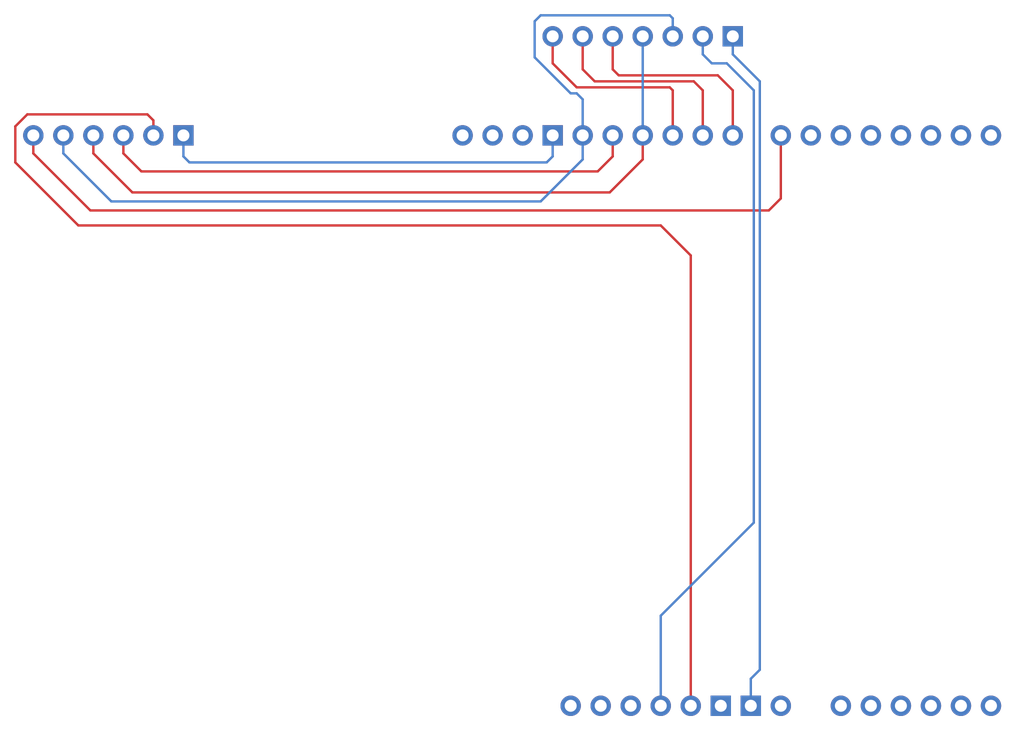
<source format=kicad_pcb>
(kicad_pcb (version 20221018) (generator pcbnew)
  (layers (0 "F.Cu" signal) (31 "B.Cu" signal) (34 "B.Paste" user) (35 "F.Paste" user) (36 "B.SilkS" user "B.Silkscreen") (37 "F.SilkS" user "F.Silkscreen") (38 "B.Mask" user) (39 "F.Mask" user) (44 "Edge.Cuts" user))
  (net 0 "")
  (footprint "" (layer "F.Cu") (at 150.876 70.358)
    (fp_text reference "" (at 0 0) (layer "F.SilkS") (effects (font (size 1.27 1.27))))
    (fp_text value "" (at 0 0) (layer "F.SilkS") (effects (font (size 1.27 1.27))))
    (pad "SDA" thru_hole oval (at 0 0) (size 1.7272 1.7272) (drill 1.016) (layers "*.Cu" "*.Mask"))
  )
  (footprint "" (layer "F.Cu") (at 112.014 78.74)
    (fp_text reference "" (at 0 0) (layer "F.SilkS") (effects (font (size 1.27 1.27))))
    (fp_text value "" (at 0 0) (layer "F.SilkS") (effects (font (size 1.27 1.27))))
    (pad "GND" thru_hole rect (at 0 0) (size 1.7272 1.7272) (drill 1.016) (layers "*.Cu" "*.Mask"))
  )
  (footprint "" (layer "F.Cu") (at 158.496 70.358)
    (fp_text reference "" (at 0 0) (layer "F.SilkS") (effects (font (size 1.27 1.27))))
    (fp_text value "" (at 0 0) (layer "F.SilkS") (effects (font (size 1.27 1.27))))
    (pad "GND" thru_hole rect (at 0 0) (size 1.7272 1.7272) (drill 1.016) (layers "*.Cu" "*.Mask"))
  )
  (footprint "" (layer "F.Cu") (at 153.416 70.358)
    (fp_text reference "" (at 0 0) (layer "F.SilkS") (effects (font (size 1.27 1.27))))
    (fp_text value "" (at 0 0) (layer "F.SilkS") (effects (font (size 1.27 1.27))))
    (pad "SCK" thru_hole oval (at 0 0) (size 1.7272 1.7272) (drill 1.016) (layers "*.Cu" "*.Mask"))
  )
  (footprint "" (layer "F.Cu") (at 109.474 78.74)
    (fp_text reference "" (at 0 0) (layer "F.SilkS") (effects (font (size 1.27 1.27))))
    (fp_text value "" (at 0 0) (layer "F.SilkS") (effects (font (size 1.27 1.27))))
    (pad "5V" thru_hole oval (at 0 0) (size 1.7272 1.7272) (drill 1.016) (layers "*.Cu" "*.Mask"))
  )
  (footprint "Arduino:Uno R4 WiFi MTT Shield" (layer "F.Cu") (at 116.84 129.54)
    (fp_text reference " " hide)
    (fp_text value " " hide)
    (pad "3V3" thru_hole oval (at 35.56 -2.54) (size 1.7272 1.7272) (drill 1.016) (layers "*.Cu" "*.Mask"))
    (pad "5V1" thru_hole oval (at 38.1 -2.54) (size 1.7272 1.7272) (drill 1.016) (layers "*.Cu" "*.Mask"))
    (pad "A0" thru_hole oval (at 50.8 -2.54) (size 1.7272 1.7272) (drill 1.016) (layers "*.Cu" "*.Mask"))
    (pad "A1" thru_hole oval (at 53.34 -2.54) (size 1.7272 1.7272) (drill 1.016) (layers "*.Cu" "*.Mask"))
    (pad "A2" thru_hole oval (at 55.88 -2.54) (size 1.7272 1.7272) (drill 1.016) (layers "*.Cu" "*.Mask"))
    (pad "A3" thru_hole oval (at 58.42 -2.54) (size 1.7272 1.7272) (drill 1.016) (layers "*.Cu" "*.Mask"))
    (pad "A4" thru_hole oval (at 60.96 -2.54) (size 1.7272 1.7272) (drill 1.016) (layers "*.Cu" "*.Mask"))
    (pad "A5" thru_hole oval (at 63.5 -2.54) (size 1.7272 1.7272) (drill 1.016) (layers "*.Cu" "*.Mask"))
    (pad "AREF" thru_hole oval (at 23.876 -50.8) (size 1.7272 1.7272) (drill 1.016) (layers "*.Cu" "*.Mask"))
    (pad "BOOT" thru_hole oval (at 27.94 -2.54) (size 1.7272 1.7272) (drill 1.016) (layers "*.Cu" "*.Mask"))
    (pad "D0" thru_hole oval (at 63.5 -50.8) (size 1.7272 1.7272) (drill 1.016) (layers "*.Cu" "*.Mask"))
    (pad "D1" thru_hole oval (at 60.96 -50.8) (size 1.7272 1.7272) (drill 1.016) (layers "*.Cu" "*.Mask"))
    (pad "D2" thru_hole oval (at 58.42 -50.8) (size 1.7272 1.7272) (drill 1.016) (layers "*.Cu" "*.Mask"))
    (pad "D3" thru_hole oval (at 55.88 -50.8) (size 1.7272 1.7272) (drill 1.016) (layers "*.Cu" "*.Mask"))
    (pad "D4" thru_hole oval (at 53.34 -50.8) (size 1.7272 1.7272) (drill 1.016) (layers "*.Cu" "*.Mask"))
    (pad "D5" thru_hole oval (at 50.8 -50.8) (size 1.7272 1.7272) (drill 1.016) (layers "*.Cu" "*.Mask"))
    (pad "D6" thru_hole oval (at 48.26 -50.8) (size 1.7272 1.7272) (drill 1.016) (layers "*.Cu" "*.Mask"))
    (pad "D7" thru_hole oval (at 45.72 -50.8) (size 1.7272 1.7272) (drill 1.016) (layers "*.Cu" "*.Mask"))
    (pad "D8" thru_hole oval (at 41.656 -50.8) (size 1.7272 1.7272) (drill 1.016) (layers "*.Cu" "*.Mask"))
    (pad "D9" thru_hole oval (at 39.116 -50.8) (size 1.7272 1.7272) (drill 1.016) (layers "*.Cu" "*.Mask"))
    (pad "D10" thru_hole oval (at 36.576 -50.8) (size 1.7272 1.7272) (drill 1.016) (layers "*.Cu" "*.Mask"))
    (pad "D11" thru_hole oval (at 34.036 -50.8) (size 1.7272 1.7272) (drill 1.016) (layers "*.Cu" "*.Mask"))
    (pad "D12" thru_hole oval (at 31.496 -50.8) (size 1.7272 1.7272) (drill 1.016) (layers "*.Cu" "*.Mask"))
    (pad "D13" thru_hole oval (at 28.956 -50.8) (size 1.7272 1.7272) (drill 1.016) (layers "*.Cu" "*.Mask"))
    (pad "GND1" thru_hole rect (at 26.416 -50.8) (size 1.7272 1.7272) (drill 1.016) (layers "*.Cu" "*.Mask"))
    (pad "GND2" thru_hole rect (at 40.64 -2.54) (size 1.7272 1.7272) (drill 1.016) (layers "*.Cu" "*.Mask"))
    (pad "GND3" thru_hole rect (at 43.18 -2.54) (size 1.7272 1.7272) (drill 1.016) (layers "*.Cu" "*.Mask"))
    (pad "IORF" thru_hole oval (at 30.48 -2.54) (size 1.7272 1.7272) (drill 1.016) (layers "*.Cu" "*.Mask"))
    (pad "RST1" thru_hole oval (at 33.02 -2.54) (size 1.7272 1.7272) (drill 1.016) (layers "*.Cu" "*.Mask"))
    (pad "SCL" thru_hole oval (at 18.796 -50.8) (size 1.7272 1.7272) (drill 1.016) (layers "*.Cu" "*.Mask"))
    (pad "SDA" thru_hole oval (at 21.336 -50.8) (size 1.7272 1.7272) (drill 1.016) (layers "*.Cu" "*.Mask"))
    (pad "VIN" thru_hole oval (at 45.72 -2.54) (size 1.7272 1.7272) (drill 1.016) (layers "*.Cu" "*.Mask"))
  )
  (footprint "" (layer "F.Cu") (at 155.956 70.358)
    (fp_text reference "" (at 0 0) (layer "F.SilkS") (effects (font (size 1.27 1.27))))
    (fp_text value "" (at 0 0) (layer "F.SilkS") (effects (font (size 1.27 1.27))))
    (pad "3V3" thru_hole oval (at 0 0) (size 1.7272 1.7272) (drill 1.016) (layers "*.Cu" "*.Mask"))
  )
  (footprint "" (layer "F.Cu") (at 106.934 78.74)
    (fp_text reference "" (at 0 0) (layer "F.SilkS") (effects (font (size 1.27 1.27))))
    (fp_text value "" (at 0 0) (layer "F.SilkS") (effects (font (size 1.27 1.27))))
    (pad "MISO" thru_hole oval (at 0 0) (size 1.7272 1.7272) (drill 1.016) (layers "*.Cu" "*.Mask"))
  )
  (footprint "" (layer "F.Cu") (at 143.256 70.358)
    (fp_text reference "" (at 0 0) (layer "F.SilkS") (effects (font (size 1.27 1.27))))
    (fp_text value "" (at 0 0) (layer "F.SilkS") (effects (font (size 1.27 1.27))))
    (pad "CS" thru_hole oval (at 0 0) (size 1.7272 1.7272) (drill 1.016) (layers "*.Cu" "*.Mask"))
  )
  (footprint "" (layer "F.Cu") (at 148.336 70.358)
    (fp_text reference "" (at 0 0) (layer "F.SilkS") (effects (font (size 1.27 1.27))))
    (fp_text value "" (at 0 0) (layer "F.SilkS") (effects (font (size 1.27 1.27))))
    (pad "RES" thru_hole oval (at 0 0) (size 1.7272 1.7272) (drill 1.016) (layers "*.Cu" "*.Mask"))
  )
  (footprint "" (layer "F.Cu") (at 104.394 78.74)
    (fp_text reference "" (at 0 0) (layer "F.SilkS") (effects (font (size 1.27 1.27))))
    (fp_text value "" (at 0 0) (layer "F.SilkS") (effects (font (size 1.27 1.27))))
    (pad "MOSI" thru_hole oval (at 0 0) (size 1.7272 1.7272) (drill 1.016) (layers "*.Cu" "*.Mask"))
  )
  (footprint "" (layer "F.Cu") (at 101.854 78.74)
    (fp_text reference "" (at 0 0) (layer "F.SilkS") (effects (font (size 1.27 1.27))))
    (fp_text value "" (at 0 0) (layer "F.SilkS") (effects (font (size 1.27 1.27))))
    (pad "SCK" thru_hole oval (at 0 0) (size 1.7272 1.7272) (drill 1.016) (layers "*.Cu" "*.Mask"))
  )
  (footprint "" (layer "F.Cu") (at 99.314 78.74)
    (fp_text reference "" (at 0 0) (layer "F.SilkS") (effects (font (size 1.27 1.27))))
    (fp_text value "" (at 0 0) (layer "F.SilkS") (effects (font (size 1.27 1.27))))
    (pad "CS" thru_hole oval (at 0 0) (size 1.7272 1.7272) (drill 1.016) (layers "*.Cu" "*.Mask"))
  )
  (footprint "" (layer "F.Cu") (at 145.796 70.358)
    (fp_text reference "" (at 0 0) (layer "F.SilkS") (effects (font (size 1.27 1.27))))
    (fp_text value "" (at 0 0) (layer "F.SilkS") (effects (font (size 1.27 1.27))))
    (pad "DC" thru_hole oval (at 0 0) (size 1.7272 1.7272) (drill 1.016) (layers "*.Cu" "*.Mask"))
  )
  (segment (start 153.162 74.676) (end 153.416 74.93) (width 0.2) (layer "F.Cu") (net 0))
  (segment (start 148.844 73.66) (end 157.226 73.66) (width 0.2) (layer "F.Cu") (net 0))
  (segment (start 97.79 81.026) (end 103.124 86.36) (width 0.2) (layer "F.Cu") (net 0))
  (segment (start 147.066 81.788) (end 148.336 80.518) (width 0.2) (layer "F.Cu") (net 0))
  (segment (start 99.314 80.264) (end 104.14 85.09) (width 0.2) (layer "F.Cu") (net 0))
  (segment (start 161.544 85.09) (end 162.56 84.074) (width 0.2) (layer "F.Cu") (net 0))
  (segment (start 143.256 72.644) (end 145.288 74.676) (width 0.2) (layer "F.Cu") (net 0))
  (segment (start 153.416 74.93) (end 153.416 78.74) (width 0.2) (layer "F.Cu") (net 0))
  (segment (start 99.314 78.74) (end 99.314 80.264) (width 0.2) (layer "F.Cu") (net 0))
  (segment (start 104.14 85.09) (end 161.544 85.09) (width 0.2) (layer "F.Cu") (net 0))
  (segment (start 107.696 83.566) (end 148.082 83.566) (width 0.2) (layer "F.Cu") (net 0))
  (segment (start 109.474 78.74) (end 109.474 77.47) (width 0.2) (layer "F.Cu") (net 0))
  (segment (start 145.796 70.358) (end 145.796 73.152) (width 0.2) (layer "F.Cu") (net 0))
  (segment (start 162.56 84.074) (end 162.56 78.74) (width 0.2) (layer "F.Cu") (net 0))
  (segment (start 104.394 80.264) (end 107.696 83.566) (width 0.2) (layer "F.Cu") (net 0))
  (segment (start 148.336 73.152) (end 148.844 73.66) (width 0.2) (layer "F.Cu") (net 0))
  (segment (start 146.812 74.168) (end 155.194 74.168) (width 0.2) (layer "F.Cu") (net 0))
  (segment (start 109.474 77.47) (end 108.966 76.962) (width 0.2) (layer "F.Cu") (net 0))
  (segment (start 145.796 73.152) (end 146.812 74.168) (width 0.2) (layer "F.Cu") (net 0))
  (segment (start 155.956 74.93) (end 155.956 78.74) (width 0.2) (layer "F.Cu") (net 0))
  (segment (start 150.876 80.772) (end 150.876 78.74) (width 0.2) (layer "F.Cu") (net 0))
  (segment (start 148.082 83.566) (end 150.876 80.772) (width 0.2) (layer "F.Cu") (net 0))
  (segment (start 152.4 86.36) (end 154.94 88.9) (width 0.2) (layer "F.Cu") (net 0))
  (segment (start 143.256 70.358) (end 143.256 72.644) (width 0.2) (layer "F.Cu") (net 0))
  (segment (start 98.806 76.962) (end 97.79 77.978) (width 0.2) (layer "F.Cu") (net 0))
  (segment (start 108.458 81.788) (end 147.066 81.788) (width 0.2) (layer "F.Cu") (net 0))
  (segment (start 158.496 74.93) (end 158.496 78.74) (width 0.2) (layer "F.Cu") (net 0))
  (segment (start 155.194 74.168) (end 155.956 74.93) (width 0.2) (layer "F.Cu") (net 0))
  (segment (start 104.394 78.74) (end 104.394 80.264) (width 0.2) (layer "F.Cu") (net 0))
  (segment (start 106.934 78.74) (end 106.934 80.264) (width 0.2) (layer "F.Cu") (net 0))
  (segment (start 157.226 73.66) (end 158.496 74.93) (width 0.2) (layer "F.Cu") (net 0))
  (segment (start 97.79 77.978) (end 97.79 81.026) (width 0.2) (layer "F.Cu") (net 0))
  (segment (start 106.934 80.264) (end 108.458 81.788) (width 0.2) (layer "F.Cu") (net 0))
  (segment (start 103.124 86.36) (end 152.4 86.36) (width 0.2) (layer "F.Cu") (net 0))
  (segment (start 148.336 80.518) (end 148.336 78.74) (width 0.2) (layer "F.Cu") (net 0))
  (segment (start 148.336 70.358) (end 148.336 73.152) (width 0.2) (layer "F.Cu") (net 0))
  (segment (start 145.288 74.676) (end 153.162 74.676) (width 0.2) (layer "F.Cu") (net 0))
  (segment (start 108.966 76.962) (end 98.806 76.962) (width 0.2) (layer "F.Cu") (net 0))
  (segment (start 154.94 88.9) (end 154.94 127) (width 0.2) (layer "F.Cu") (net 0))
  (segment (start 157.988 72.644) (end 160.274 74.93) (width 0.2) (layer "B.Cu") (net 0))
  (segment (start 160.02 124.714) (end 160.02 127) (width 0.2) (layer "B.Cu") (net 0))
  (segment (start 112.014 80.518) (end 112.522 81.026) (width 0.2) (layer "B.Cu") (net 0))
  (segment (start 112.522 81.026) (end 142.748 81.026) (width 0.2) (layer "B.Cu") (net 0))
  (segment (start 153.416 70.358) (end 153.416 68.834) (width 0.2) (layer "B.Cu") (net 0))
  (segment (start 158.496 71.882) (end 160.782 74.168) (width 0.2) (layer "B.Cu") (net 0))
  (segment (start 153.162 68.58) (end 142.24 68.58) (width 0.2) (layer "B.Cu") (net 0))
  (segment (start 152.4 119.38) (end 152.4 127) (width 0.2) (layer "B.Cu") (net 0))
  (segment (start 145.288 75.184) (end 145.796 75.692) (width 0.2) (layer "B.Cu") (net 0))
  (segment (start 142.748 81.026) (end 143.256 80.518) (width 0.2) (layer "B.Cu") (net 0))
  (segment (start 158.496 70.358) (end 158.496 71.882) (width 0.2) (layer "B.Cu") (net 0))
  (segment (start 150.876 70.358) (end 150.876 78.74) (width 0.2) (layer "B.Cu") (net 0))
  (segment (start 144.78 75.184) (end 145.288 75.184) (width 0.2) (layer "B.Cu") (net 0))
  (segment (start 160.274 74.93) (end 160.274 111.506) (width 0.2) (layer "B.Cu") (net 0))
  (segment (start 153.416 68.834) (end 153.162 68.58) (width 0.2) (layer "B.Cu") (net 0))
  (segment (start 155.956 71.882) (end 156.718 72.644) (width 0.2) (layer "B.Cu") (net 0))
  (segment (start 105.918 84.328) (end 142.24 84.328) (width 0.2) (layer "B.Cu") (net 0))
  (segment (start 160.782 123.952) (end 160.02 124.714) (width 0.2) (layer "B.Cu") (net 0))
  (segment (start 141.732 72.136) (end 144.78 75.184) (width 0.2) (layer "B.Cu") (net 0))
  (segment (start 156.718 72.644) (end 157.988 72.644) (width 0.2) (layer "B.Cu") (net 0))
  (segment (start 143.256 80.518) (end 143.256 78.74) (width 0.2) (layer "B.Cu") (net 0))
  (segment (start 155.956 70.358) (end 155.956 71.882) (width 0.2) (layer "B.Cu") (net 0))
  (segment (start 145.796 75.692) (end 145.796 78.74) (width 0.2) (layer "B.Cu") (net 0))
  (segment (start 142.24 84.328) (end 145.796 80.772) (width 0.2) (layer "B.Cu") (net 0))
  (segment (start 112.014 78.74) (end 112.014 80.518) (width 0.2) (layer "B.Cu") (net 0))
  (segment (start 158.496 70.358) (end 158.496 70.104) (width 0.2) (layer "B.Cu") (net 0))
  (segment (start 145.796 80.772) (end 145.796 78.74) (width 0.2) (layer "B.Cu") (net 0))
  (segment (start 160.782 74.168) (end 160.782 123.952) (width 0.2) (layer "B.Cu") (net 0))
  (segment (start 160.274 111.506) (end 152.4 119.38) (width 0.2) (layer "B.Cu") (net 0))
  (segment (start 101.854 80.264) (end 105.918 84.328) (width 0.2) (layer "B.Cu") (net 0))
  (segment (start 141.732 69.088) (end 141.732 72.136) (width 0.2) (layer "B.Cu") (net 0))
  (segment (start 101.854 78.74) (end 101.854 80.264) (width 0.2) (layer "B.Cu") (net 0))
  (segment (start 142.24 68.58) (end 141.732 69.088) (width 0.2) (layer "B.Cu") (net 0))
)
</source>
